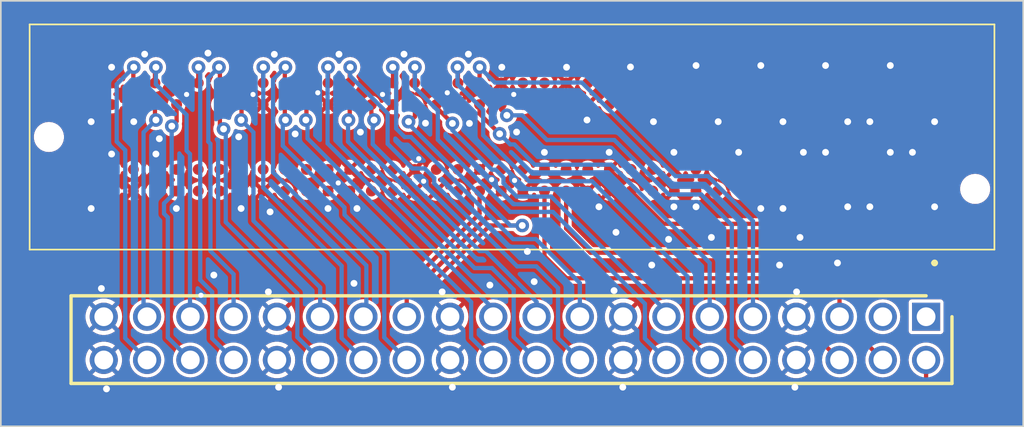
<source format=kicad_pcb>
(kicad_pcb (version 20221018) (generator pcbnew)
  (layers (0 "F.Cu" signal) (1 "In1.Cu" signal) (2 "In2.Cu" signal) (31 "B.Cu" signal) (34 "B.Paste" user) (35 "F.Paste" user) (36 "B.SilkS" user "B.Silkscreen") (37 "F.SilkS" user "F.Silkscreen") (38 "B.Mask" user) (39 "F.Mask" user) (44 "Edge.Cuts" user))
  (net 0 "")
  (net 1 "GNDD")
  (net 2 "/C2")
  (net 3 "/C3")
  (net 4 "/C6")
  (net 5 "/C7")
  (net 6 "/C10")
  (net 7 "/C11")
  (net 8 "/C14_WAKEUP")
  (net 9 "/C18_GPIO0")
  (net 10 "/C22_DCLK")
  (net 11 "/C23")
  (net 12 "/C26")
  (net 13 "/C27")
  (net 14 "/C30")
  (net 15 "/C31")
  (net 16 "/C34")
  (net 17 "/C35")
  (net 18 "/C37")
  (net 19 "/C39")
  (net 20 "/D1")
  (net 21 "/D4")
  (net 22 "/D5")
  (net 23 "/D8")
  (net 24 "/D9")
  (net 25 "/D11")
  (net 26 "/D12")
  (net 27 "/D14")
  (net 28 "/D17")
  (net 29 "/D18")
  (net 30 "/D20")
  (net 31 "/D21")
  (net 32 "/D23")
  (net 33 "/D24")
  (net 34 "/D26")
  (net 35 "/D27")
  (net 36 "/D29")
  (net 37 "/D30")
  (net 38 "/D31")
  (net 39 "/D32")
  (net 40 "/D33")
  (net 41 "/D34")
  (net 42 "/D35")
  (net 43 "/D36")
  (net 44 "/D38")
  (net 45 "/D40")
  (net 46 "/G2")
  (net 47 "/G3")
  (net 48 "/G6")
  (net 49 "/G7")
  (net 50 "/G9")
  (net 51 "/G10")
  (net 52 "/G12")
  (net 53 "/G13")
  (net 54 "/G15")
  (net 55 "/G16")
  (net 56 "/G18")
  (net 57 "/G19")
  (net 58 "/G39")
  (net 59 "/H1")
  (net 60 "/H2")
  (net 61 "/H4")
  (net 62 "/H5")
  (net 63 "/H7")
  (net 64 "/H8")
  (net 65 "/H10")
  (net 66 "/H11")
  (net 67 "/H13")
  (net 68 "/H14")
  (net 69 "/H16")
  (net 70 "/H17")
  (net 71 "/H19")
  (net 72 "/H20")
  (net 73 "/H40")
  (net 74 "/G21_OEN")
  (net 75 "/G22_RDN")
  (net 76 "/D15")
  (net 77 "/C15_RESET")
  (net 78 "/C19_GPIO1")
  (net 79 "/G24_WRN")
  (net 80 "/G25_SIWUN")
  (net 81 "/G27_D15")
  (net 82 "/G28_D13")
  (net 83 "/G30_D11")
  (net 84 "/G31_D9")
  (net 85 "/G33_D7")
  (net 86 "/G34_D5")
  (net 87 "/G36_D3")
  (net 88 "/G37_D1")
  (net 89 "/H22_RXFN")
  (net 90 "/H23_TXEN")
  (net 91 "/H25_BEN1")
  (net 92 "/H26_BEN0")
  (net 93 "/H28_D14")
  (net 94 "/H29_D12")
  (net 95 "/H31_D10")
  (net 96 "/H32_D8")
  (net 97 "/H34_D6")
  (net 98 "/H35_D4")
  (net 99 "/H37_D2")
  (net 100 "/VCC_1V2_1")
  (net 101 "/VCC_1V2_2")
  (net 102 "/H38_D0")
  (footprint "PRT-16763:RHDR40W64P254_2X20_5130X500X1625P" (layer "F.Cu") (at 162.3 78.56 180)
    (fp_text reference "J2" hide)
    (fp_text value "PRT-16763" hide)
  )
  (footprint "ASP-134603-01:ASP13460301" (layer "F.Cu") (at 138 68)
    (fp_text reference "J1" hide)
    (fp_text value "ASP-134603-01" hide)
  )
  (gr_rect (start 108 60) (end 168 85) (stroke (width 0.1)) (fill none) (layer "Edge.Cuts"))
  (via (at 123.8 72.4) (size 0.8) (drill 0.4) (layers "F.Cu" "B.Cu") (net 1))
  (via (at 116.439267 63.131662) (size 0.8) (drill 0.4) (layers "F.Cu" "B.Cu") (net 1))
  (via (at 128.9 72.2) (size 0.8) (drill 0.4) (layers "F.Cu" "B.Cu") (net 1))
  (via (at 123.7 77.1) (size 0.8) (drill 0.4) (layers "F.Cu" "B.Cu") (net 1))
  (via (at 153.9 72.2) (size 0.8) (drill 0.4) (layers "F.Cu" "B.Cu") (net 1))
  (via (at 137.4 63.9) (size 0.8) (drill 0.4) (layers "F.Cu" "B.Cu") (net 1))
  (via (at 120.5 76.112299) (size 0.8) (drill 0.4) (layers "F.Cu" "B.Cu") (net 1))
  (via (at 113.3 72.2) (size 0.8) (drill 0.4) (layers "F.Cu" "B.Cu") (net 1))
  (via (at 156.4 68.9) (size 0.8) (drill 0.4) (layers "F.Cu" "B.Cu") (net 1))
  (via (at 127.2 72.2) (size 0.8) (drill 0.4) (layers "F.Cu" "B.Cu") (net 1))
  (via (at 122.1 72.2) (size 0.8) (drill 0.4) (layers "F.Cu" "B.Cu") (net 1))
  (via (at 153.9 67.1) (size 0.8) (drill 0.4) (layers "F.Cu" "B.Cu") (net 1))
  (via (at 131.660809 63.1316) (size 0.8) (drill 0.4) (layers "F.Cu" "B.Cu") (net 1))
  (via (at 138.1 65.5) (size 0.5) (drill 0.3) (layers "F.Cu" "B.Cu") (net 1))
  (via (at 153.7 75.5245) (size 0.8) (drill 0.4) (layers "F.Cu" "B.Cu") (net 1))
  (via (at 143.7 68.9) (size 0.8) (drill 0.4) (layers "F.Cu" "B.Cu") (net 1))
  (via (at 139.3 76.5) (size 0.8) (drill 0.4) (layers "F.Cu" "B.Cu") (net 1))
  (via (at 114.5 63.9) (size 0.8) (drill 0.4) (layers "F.Cu" "B.Cu") (net 1))
  (via (at 149.7 73.9) (size 0.8) (drill 0.4) (layers "F.Cu" "B.Cu") (net 1))
  (via (at 159 72.1) (size 0.8) (drill 0.4) (layers "F.Cu" "B.Cu") (net 1))
  (via (at 152.6 63.8) (size 0.8) (drill 0.4) (layers "F.Cu" "B.Cu") (net 1))
  (via (at 139.9 68.9) (size 0.8) (drill 0.4) (layers "F.Cu" "B.Cu") (net 1))
  (via (at 159 67.1) (size 0.8) (drill 0.4) (layers "F.Cu" "B.Cu") (net 1))
  (via (at 157.7 72.1) (size 0.8) (drill 0.4) (layers "F.Cu" "B.Cu") (net 1))
  (via (at 122.8 65.5) (size 0.5) (drill 0.3) (layers "F.Cu" "B.Cu") (net 1))
  (via (at 127.8 70.7) (size 0.5) (drill 0.3) (layers "F.Cu" "B.Cu") (net 1))
  (via (at 132.811386 70.59892) (size 0.5) (drill 0.3) (layers "F.Cu" "B.Cu") (net 1))
  (via (at 146.3 67.1) (size 0.8) (drill 0.4) (layers "F.Cu" "B.Cu") (net 1))
  (via (at 132.920107 67.18816) (size 0.8) (drill 0.4) (layers "F.Cu" "B.Cu") (net 1))
  (via (at 147.5 72.1) (size 0.8) (drill 0.4) (layers "F.Cu" "B.Cu") (net 1))
  (via (at 134.5 82.7) (size 0.8) (drill 0.4) (layers "F.Cu" "B.Cu") (net 1))
  (via (at 141.2 63.9) (size 0.8) (drill 0.4) (layers "F.Cu" "B.Cu") (net 1))
  (via (at 154.7 77.1) (size 0.8) (drill 0.4) (layers "F.Cu" "B.Cu") (net 1))
  (via (at 150.1 67.1) (size 0.8) (drill 0.4) (layers "F.Cu" "B.Cu") (net 1))
  (via (at 129.100101 67.713545) (size 0.8) (drill 0.4) (layers "F.Cu" "B.Cu") (net 1))
  (via (at 114.5 69) (size 0.8) (drill 0.4) (layers "F.Cu" "B.Cu") (net 1))
  (via (at 138.9 74.725) (size 0.8) (drill 0.4) (layers "F.Cu" "B.Cu") (net 1))
  (via (at 152.6 72.2) (size 0.8) (drill 0.4) (layers "F.Cu" "B.Cu") (net 1))
  (via (at 138.14706 70.55294) (size 0.5) (drill 0.3) (layers "F.Cu" "B.Cu") (net 1))
  (via (at 124.050352 63.140419) (size 0.8) (drill 0.4) (layers "F.Cu" "B.Cu") (net 1))
  (via (at 157.7 67.1) (size 0.8) (drill 0.4) (layers "F.Cu" "B.Cu") (net 1))
  (via (at 128.7245 76.6) (size 0.8) (drill 0.4) (layers "F.Cu" "B.Cu") (net 1))
  (via (at 117.3 68.1) (size 0.8) (drill 0.4) (layers "F.Cu" "B.Cu") (net 1))
  (via (at 147.187701 74.012299) (size 0.8) (drill 0.4) (layers "F.Cu" "B.Cu") (net 1))
  (via (at 160.2 68.9) (size 0.8) (drill 0.4) (layers "F.Cu" "B.Cu") (net 1))
  (via (at 147.5 68.9) (size 0.8) (drill 0.4) (layers "F.Cu" "B.Cu") (net 1))
  (via (at 117.1 69) (size 0.8) (drill 0.4) (layers "F.Cu" "B.Cu") (net 1))
  (via (at 148.8 63.8) (size 0.8) (drill 0.4) (layers "F.Cu" "B.Cu") (net 1))
  (via (at 144.950777 63.886299) (size 0.8) (drill 0.4) (layers "F.Cu" "B.Cu") (net 1))
  (via (at 121.958649 67.989457) (size 0.8) (drill 0.4) (layers "F.Cu" "B.Cu") (net 1))
  (via (at 136.800862 70.501569) (size 0.5) (drill 0.3) (layers "F.Cu" "B.Cu") (net 1))
  (via (at 130.4 65.5) (size 0.5) (drill 0.3) (layers "F.Cu" "B.Cu") (net 1))
  (via (at 113.9 76.9) (size 0.8) (drill 0.4) (layers "F.Cu" "B.Cu") (net 1))
  (via (at 155.1 68.9) (size 0.8) (drill 0.4) (layers "F.Cu" "B.Cu") (net 1))
  (via (at 135.5 67.2) (size 0.8) (drill 0.4) (layers "F.Cu" "B.Cu") (net 1))
  (via (at 124.3 82.7) (size 0.8) (drill 0.4) (layers "F.Cu" "B.Cu") (net 1))
  (via (at 161.5 68.9) (size 0.8) (drill 0.4) (layers "F.Cu" "B.Cu") (net 1))
  (via (at 113.3 67.1) (size 0.8) (drill 0.4) (layers "F.Cu" "B.Cu") (net 1))
  (via (at 142.4 67) (size 0.8) (drill 0.4) (layers "F.Cu" "B.Cu") (net 1))
  (via (at 154.6 82.7) (size 0.8) (drill 0.4) (layers "F.Cu" "B.Cu") (net 1))
  (via (at 126.6 65.4) (size 0.5) (drill 0.3) (layers "F.Cu" "B.Cu") (net 1))
  (via (at 160.2 63.8) (size 0.8) (drill 0.4) (layers "F.Cu" "B.Cu") (net 1))
  (via (at 156.4 63.8) (size 0.8) (drill 0.4) (layers "F.Cu" "B.Cu") (net 1))
  (via (at 146.2 75.5245) (size 0.8) (drill 0.4) (layers "F.Cu" "B.Cu") (net 1))
  (via (at 136.7 76.7) (size 0.8) (drill 0.4) (layers "F.Cu" "B.Cu") (net 1))
  (via (at 148.8 72.1) (size 0.8) (drill 0.4) (layers "F.Cu" "B.Cu") (net 1))
  (via (at 132.524682 69.273545) (size 0.5) (drill 0.3) (layers "F.Cu" "B.Cu") (net 1))
  (via (at 162.8 72.1) (size 0.8) (drill 0.4) (layers "F.Cu" "B.Cu") (net 1))
  (via (at 119.743767 77.3) (size 0.5) (drill 0.3) (layers "F.Cu" "B.Cu") (net 1))
  (via (at 120.154997 63.068746) (size 0.8) (drill 0.4) (layers "F.Cu" "B.Cu") (net 1))
  (via (at 125.272212 67.819499) (size 0.8) (drill 0.4) (layers "F.Cu" "B.Cu") (net 1))
  (via (at 118.3 72.2) (size 0.8) (drill 0.4) (layers "F.Cu" "B.Cu") (net 1))
  (via (at 162.8 67.1) (size 0.8) (drill 0.4) (layers "F.Cu" "B.Cu") (net 1))
  (via (at 143.1 72.1) (size 0.8) (drill 0.4) (layers "F.Cu" "B.Cu") (net 1))
  (via (at 144.5 82.7) (size 0.8) (drill 0.4) (layers "F.Cu" "B.Cu") (net 1))
  (via (at 138.267136 67.709541) (size 0.8) (drill 0.4) (layers "F.Cu" "B.Cu") (net 1))
  (via (at 115.8 67.1) (size 0.8) (drill 0.4) (layers "F.Cu" "B.Cu") (net 1))
  (via (at 143.987701 77.0245) (size 0.8) (drill 0.4) (layers "F.Cu" "B.Cu") (net 1))
  (via (at 135.43919 63.131598) (size 0.8) (drill 0.4) (layers "F.Cu" "B.Cu") (net 1))
  (via (at 134.2 65.4) (size 0.5) (drill 0.3) (layers "F.Cu" "B.Cu") (net 1))
  (via (at 151.3 68.9) (size 0.8) (drill 0.4) (layers "F.Cu" "B.Cu") (net 1))
  (via (at 144.1 73.6) (size 0.8) (drill 0.4) (layers "F.Cu" "B.Cu") (net 1))
  (via (at 127.843838 63.135488) (size 0.8) (drill 0.4) (layers "F.Cu" "B.Cu") (net 1))
  (via (at 118.9 65.5) (size 0.5) (drill 0.3) (layers "F.Cu" "B.Cu") (net 1))
  (via (at 114.2 82.8) (size 0.8) (drill 0.4) (layers "F.Cu" "B.Cu") (net 1))
  (via (at 154.9 73.9) (size 0.8) (drill 0.4) (layers "F.Cu" "B.Cu") (net 1))
  (via (at 157.1 75.4) (size 0.8) (drill 0.4) (layers "F.Cu" "B.Cu") (net 1))
  (via (at 133.9 77.1) (size 0.8) (drill 0.4) (layers "F.Cu" "B.Cu") (net 1))
  (segment (start 141.175 73.375) (end 142.6 74.8) (width 0.25) (layer "F.Cu") (net 9))
  (segment (start 141.175 71.175) (end 141.175 73.375) (width 0.25) (layer "F.Cu") (net 9))
  (segment (start 155.3 74.8) (end 157.22 76.72) (width 0.25) (layer "F.Cu") (net 9))
  (segment (start 157.22 76.72) (end 157.22 78.56) (width 0.25) (layer "F.Cu") (net 9))
  (segment (start 142.6 74.8) (end 155.3 74.8) (width 0.25) (layer "F.Cu") (net 9))
  (segment (start 136.095 72.505) (end 131.82 76.78) (width 0.25) (layer "F.Cu") (net 10))
  (segment (start 136.095 71.175) (end 136.095 72.505) (width 0.25) (layer "F.Cu") (net 10))
  (segment (start 131.82 76.78) (end 131.82 78.56) (width 0.25) (layer "F.Cu") (net 10))
  (segment (start 137.365 66.396824) (end 137.365 66.095) (width 0.25) (layer "F.Cu") (net 74))
  (segment (start 137.694705 66.726529) (end 137.365 66.396824) (width 0.25) (layer "F.Cu") (net 74))
  (via (at 137.694705 66.726529) (size 0.8) (drill 0.4) (layers "F.Cu" "B.Cu") (net 74))
  (segment (start 140.046234 68.175) (end 144.000305 68.175) (width 0.25) (layer "B.Cu") (net 74))
  (segment (start 150.9 73.174695) (end 150.9 79.86) (width 0.25) (layer "B.Cu") (net 74))
  (segment (start 149.100305 71.375) (end 150.9 73.174695) (width 0.25) (layer "B.Cu") (net 74))
  (segment (start 150.9 79.86) (end 152.14 81.1) (width 0.25) (layer "B.Cu") (net 74))
  (segment (start 147.200305 71.375) (end 149.100305 71.375) (width 0.25) (layer "B.Cu") (net 74))
  (segment (start 138.597763 66.726529) (end 140.046234 68.175) (width 0.25) (layer "B.Cu") (net 74))
  (segment (start 137.694705 66.726529) (end 138.597763 66.726529) (width 0.25) (layer "B.Cu") (net 74))
  (segment (start 144.000305 68.175) (end 147.200305 71.375) (width 0.25) (layer "B.Cu") (net 74))
  (segment (start 137.273028 67.813246) (end 136.095 66.635218) (width 0.25) (layer "F.Cu") (net 75))
  (segment (start 136.095 66.635218) (end 136.095 66.095) (width 0.25) (layer "F.Cu") (net 75))
  (via (at 137.273028 67.813246) (size 0.8) (drill 0.4) (layers "F.Cu" "B.Cu") (net 75))
  (segment (start 138.134541 68.434541) (end 139.325 69.625) (width 0.25) (layer "B.Cu") (net 75))
  (segment (start 137.894323 68.434541) (end 138.134541 68.434541) (width 0.25) (layer "B.Cu") (net 75))
  (segment (start 149.6 75.4) (end 149.6 78.56) (width 0.25) (layer "B.Cu") (net 75))
  (segment (start 143.825 69.625) (end 149.6 75.4) (width 0.25) (layer "B.Cu") (net 75))
  (segment (start 139.325 69.625) (end 143.825 69.625) (width 0.25) (layer "B.Cu") (net 75))
  (segment (start 137.273028 67.813246) (end 137.894323 68.434541) (width 0.25) (layer "B.Cu") (net 75))
  (segment (start 158.5 79.84) (end 159.76 81.1) (width 0.25) (layer "F.Cu") (net 77))
  (segment (start 156.4 73.1) (end 158.5 75.2) (width 0.25) (layer "F.Cu") (net 77))
  (segment (start 146.91 73.1) (end 156.4 73.1) (width 0.25) (layer "F.Cu") (net 77))
  (segment (start 158.5 75.2) (end 158.5 79.84) (width 0.25) (layer "F.Cu") (net 77))
  (segment (start 144.985 71.175) (end 146.91 73.1) (width 0.25) (layer "F.Cu") (net 77))
  (segment (start 139.905 75.005) (end 141.2 76.3) (width 0.25) (layer "F.Cu") (net 78))
  (segment (start 156 77.1) (end 156 79.88) (width 0.25) (layer "F.Cu") (net 78))
  (segment (start 141.2 76.3) (end 155.2 76.3) (width 0.25) (layer "F.Cu") (net 78))
  (segment (start 156 79.88) (end 157.22 81.1) (width 0.25) (layer "F.Cu") (net 78))
  (segment (start 155.2 76.3) (end 156 77.1) (width 0.25) (layer "F.Cu") (net 78))
  (segment (start 139.905 71.175) (end 139.905 75.005) (width 0.25) (layer "F.Cu") (net 78))
  (segment (start 134.500497 67.2) (end 133.555 66.254503) (width 0.25) (layer "F.Cu") (net 79))
  (segment (start 133.555 66.254503) (end 133.555 66.095) (width 0.25) (layer "F.Cu") (net 79))
  (via (at 134.500497 67.2) (size 0.8) (drill 0.4) (layers "F.Cu" "B.Cu") (net 79))
  (segment (start 147.06 78.26) (end 147.06 78.56) (width 0.25) (layer "B.Cu") (net 79))
  (segment (start 136.828094 69.925) (end 137.038173 69.925) (width 0.25) (layer "B.Cu") (net 79))
  (segment (start 137.5 70.386827) (end 137.5 70.719053) (width 0.25) (layer "B.Cu") (net 79))
  (segment (start 140.3 71.5) (end 147.06 78.26) (width 0.25) (layer "B.Cu") (net 79))
  (segment (start 138.280947 71.5) (end 140.3 71.5) (width 0.25) (layer "B.Cu") (net 79))
  (segment (start 134.500497 67.597403) (end 136.828094 69.925) (width 0.25) (layer "B.Cu") (net 79))
  (segment (start 137.5 70.719053) (end 138.280947 71.5) (width 0.25) (layer "B.Cu") (net 79))
  (segment (start 134.500497 67.2) (end 134.500497 67.597403) (width 0.25) (layer "B.Cu") (net 79))
  (segment (start 137.038173 69.925) (end 137.5 70.386827) (width 0.25) (layer "B.Cu") (net 79))
  (segment (start 134 83.7) (end 161.3 83.7) (width 0.25) (layer "F.Cu") (net 80))
  (segment (start 162.3 82.7) (end 162.3 81.1) (width 0.25) (layer "F.Cu") (net 80))
  (segment (start 133.1 82.8) (end 134 83.7) (width 0.25) (layer "F.Cu") (net 80))
  (segment (start 161.3 83.7) (end 162.3 82.7) (width 0.25) (layer "F.Cu") (net 80))
  (segment (start 132 67.1) (end 132.3 66.8) (width 0.25) (layer "F.Cu") (net 80))
  (segment (start 133.1 76.8) (end 133.1 82.8) (width 0.25) (layer "F.Cu") (net 80))
  (segment (start 131.9245 67.1) (end 132 67.1) (width 0.25) (layer "F.Cu") (net 80))
  (segment (start 138.6 73.2) (end 136.7 73.2) (width 0.25) (layer "F.Cu") (net 80))
  (segment (start 136.7 73.2) (end 133.1 76.8) (width 0.25) (layer "F.Cu") (net 80))
  (segment (start 132.3 66.11) (end 132.285 66.095) (width 0.25) (layer "F.Cu") (net 80))
  (segment (start 132.3 66.8) (end 132.3 66.11) (width 0.25) (layer "F.Cu") (net 80))
  (via (at 131.9245 67.1) (size 0.8) (drill 0.4) (layers "F.Cu" "B.Cu") (net 80))
  (via (at 138.6 73.2) (size 0.8) (drill 0.4) (layers "F.Cu" "B.Cu") (net 80))
  (segment (start 137.9 73.2) (end 131.9245 67.2245) (width 0.25) (layer "B.Cu") (net 80))
  (segment (start 131.9245 67.2245) (end 131.9245 67.1) (width 0.25) (layer "B.Cu") (net 80))
  (segment (start 138.6 73.2) (end 137.9 73.2) (width 0.25) (layer "B.Cu") (net 80))
  (segment (start 129.745 66.845) (end 129.745 66.095) (width 0.25) (layer "F.Cu") (net 81))
  (segment (start 129.9 67) (end 129.745 66.845) (width 0.25) (layer "F.Cu") (net 81))
  (via (at 129.9 67) (size 0.8) (drill 0.4) (layers "F.Cu" "B.Cu") (net 81))
  (segment (start 139.44 77.678299) (end 136.461701 74.7) (width 0.25) (layer "B.Cu") (net 81))
  (segment (start 129.9 67.338341) (end 129.9 67) (width 0.25) (layer "B.Cu") (net 81))
  (segment (start 129.825101 68.425101) (end 129.825101 67.41324) (width 0.25) (layer "B.Cu") (net 81))
  (segment (start 136.1 74.7) (end 129.825101 68.425101) (width 0.25) (layer "B.Cu") (net 81))
  (segment (start 129.825101 67.41324) (end 129.9 67.338341) (width 0.25) (layer "B.Cu") (net 81))
  (segment (start 139.44 78.56) (end 139.44 77.678299) (width 0.25) (layer "B.Cu") (net 81))
  (segment (start 136.461701 74.7) (end 136.1 74.7) (width 0.25) (layer "B.Cu") (net 81))
  (segment (start 128.4 67) (end 128.475 66.925) (width 0.25) (layer "F.Cu") (net 82))
  (segment (start 128.475 66.925) (end 128.475 66.095) (width 0.25) (layer "F.Cu") (net 82))
  (via (at 128.4 67) (size 0.8) (drill 0.4) (layers "F.Cu" "B.Cu") (net 82))
  (segment (start 138.1 79.76) (end 139.44 81.1) (width 0.25) (layer "B.Cu") (net 82))
  (segment (start 138.1 76.974695) (end 138.1 79.76) (width 0.25) (layer "B.Cu") (net 82))
  (segment (start 135.8 75.7) (end 136.825305 75.7) (width 0.25) (layer "B.Cu") (net 82))
  (segment (start 128.375101 68.275101) (end 135.8 75.7) (width 0.25) (layer "B.Cu") (net 82))
  (segment (start 128.375101 67.024899) (end 128.375101 68.275101) (width 0.25) (layer "B.Cu") (net 82))
  (segment (start 128.4 67) (end 128.375101 67.024899) (width 0.25) (layer "B.Cu") (net 82))
  (segment (start 136.825305 75.7) (end 138.1 76.974695) (width 0.25) (layer "B.Cu") (net 82))
  (segment (start 125.935 66.095) (end 125.935 66.965) (width 0.25) (layer "F.Cu") (net 83))
  (segment (start 125.935 66.965) (end 125.9 67) (width 0.25) (layer "F.Cu") (net 83))
  (via (at 125.9 67) (size 0.8) (drill 0.4) (layers "F.Cu" "B.Cu") (net 83))
  (segment (start 136.9 81.1) (end 135.6 79.8) (width 0.25) (layer "B.Cu") (net 83))
  (segment (start 125.997212 68.084039) (end 125.997212 67.097212) (width 0.25) (layer "B.Cu") (net 83))
  (segment (start 125.997212 67.097212) (end 125.9 67) (width 0.25) (layer "B.Cu") (net 83))
  (segment (start 135.6 77.7) (end 128.5 70.6) (width 0.25) (layer "B.Cu") (net 83))
  (segment (start 128.5 70.586827) (end 125.997212 68.084039) (width 0.25) (layer "B.Cu") (net 83))
  (segment (start 135.6 79.8) (end 135.6 77.7) (width 0.25) (layer "B.Cu") (net 83))
  (segment (start 128.5 70.6) (end 128.5 70.586827) (width 0.25) (layer "B.Cu") (net 83))
  (segment (start 124.665 66.095) (end 124.665 66.965) (width 0.25) (layer "F.Cu") (net 84))
  (segment (start 124.665 66.965) (end 124.7 67) (width 0.25) (layer "F.Cu") (net 84))
  (via (at 124.7 67) (size 0.8) (drill 0.4) (layers "F.Cu" "B.Cu") (net 84))
  (segment (start 124.547212 68.521907) (end 128.168198 72.142893) (width 0.25) (layer "B.Cu") (net 84))
  (segment (start 124.547212 67.152788) (end 124.547212 68.521907) (width 0.25) (layer "B.Cu") (net 84))
  (segment (start 130.5 74.9) (end 130.5 79.78) (width 0.25) (layer "B.Cu") (net 84))
  (segment (start 128.168198 72.568198) (end 130.5 74.9) (width 0.25) (layer "B.Cu") (net 84))
  (segment (start 124.7 67) (end 124.547212 67.152788) (width 0.25) (layer "B.Cu") (net 84))
  (segment (start 130.5 79.78) (end 131.82 81.1) (width 0.25) (layer "B.Cu") (net 84))
  (segment (start 128.168198 72.142893) (end 128.168198 72.568198) (width 0.25) (layer "B.Cu") (net 84))
  (segment (start 122.125 66.095) (end 122.125 66.975) (width 0.25) (layer "F.Cu") (net 85))
  (segment (start 122.125 66.975) (end 122.1 67) (width 0.25) (layer "F.Cu") (net 85))
  (via (at 122.1 67) (size 0.8) (drill 0.4) (layers "F.Cu" "B.Cu") (net 85))
  (segment (start 122.825 67.725) (end 122.825 72.925) (width 0.25) (layer "B.Cu") (net 85))
  (segment (start 122.1 67) (end 122.825 67.725) (width 0.25) (layer "B.Cu") (net 85))
  (segment (start 122.825 72.925) (end 126.74 76.84) (width 0.25) (layer "B.Cu") (net 85))
  (segment (start 126.74 76.84) (end 126.74 78.56) (width 0.25) (layer "B.Cu") (net 85))
  (segment (start 121.071198 67.529635) (end 120.855 67.313437) (width 0.25) (layer "F.Cu") (net 86))
  (segment (start 120.855 67.313437) (end 120.855 66.095) (width 0.25) (layer "F.Cu") (net 86))
  (via (at 121.071198 67.529635) (size 0.8) (drill 0.4) (layers "F.Cu" "B.Cu") (net 86))
  (segment (start 121.071198 67.529635) (end 121.2 67.658437) (width 0.25) (layer "B.Cu") (net 86))
  (segment (start 121.2 73) (end 125.4 77.2) (width 0.25) (layer "B.Cu") (net 86))
  (segment (start 121.2 67.658437) (end 121.2 73) (width 0.25) (layer "B.Cu") (net 86))
  (segment (start 125.4 79.76) (end 126.74 81.1) (width 0.25) (layer "B.Cu") (net 86))
  (segment (start 125.4 77.2) (end 125.4 79.76) (width 0.25) (layer "B.Cu") (net 86))
  (segment (start 118.315 67.078161) (end 118.315 66.095) (width 0.25) (layer "F.Cu") (net 87))
  (segment (start 118.03195 67.361211) (end 118.315 67.078161) (width 0.25) (layer "F.Cu") (net 87))
  (via (at 118.03195 67.361211) (size 0.8) (drill 0.4) (layers "F.Cu" "B.Cu") (net 87))
  (segment (start 118.025 67.368161) (end 118.025 71.475) (width 0.25) (layer "B.Cu") (net 87))
  (segment (start 118.025 71.475) (end 117.999695 71.475) (width 0.25) (layer "B.Cu") (net 87))
  (segment (start 117.8 72.725305) (end 117.8 79.78) (width 0.25) (layer "B.Cu") (net 87))
  (segment (start 117.575 72.500305) (end 117.8 72.725305) (width 0.25) (layer "B.Cu") (net 87))
  (segment (start 117.8 79.78) (end 119.12 81.1) (width 0.25) (layer "B.Cu") (net 87))
  (segment (start 118.03195 67.361211) (end 118.025 67.368161) (width 0.25) (layer "B.Cu") (net 87))
  (segment (start 117.575 71.899695) (end 117.575 72.500305) (width 0.25) (layer "B.Cu") (net 87))
  (segment (start 117.999695 71.475) (end 117.575 71.899695) (width 0.25) (layer "B.Cu") (net 87))
  (segment (start 117.045 66.095) (end 117.045 66.945) (width 0.25) (layer "F.Cu") (net 88))
  (segment (start 117.045 66.945) (end 117.1 67) (width 0.25) (layer "F.Cu") (net 88))
  (via (at 117.1 67) (size 0.8) (drill 0.4) (layers "F.Cu" "B.Cu") (net 88))
  (segment (start 116.375 67.725) (end 116.375 78.355) (width 0.25) (layer "B.Cu") (net 88))
  (segment (start 117.1 67) (end 116.375 67.725) (width 0.25) (layer "B.Cu") (net 88))
  (segment (start 116.375 78.355) (end 116.58 78.56) (width 0.25) (layer "B.Cu") (net 88))
  (segment (start 136.095 63.905) (end 136.1 63.9) (width 0.25) (layer "F.Cu") (net 89))
  (segment (start 136.095 64.825) (end 136.095 63.905) (width 0.25) (layer "F.Cu") (net 89))
  (via (at 136.1 63.9) (size 0.8) (drill 0.4) (layers "F.Cu" "B.Cu") (net 89))
  (segment (start 149.5 70.3) (end 152.14 72.94) (width 0.25) (layer "B.Cu") (net 89))
  (segment (start 152.14 72.94) (end 152.14 78.56) (width 0.25) (layer "B.Cu") (net 89))
  (segment (start 137 64.8) (end 142.1 64.8) (width 0.25) (layer "B.Cu") (net 89))
  (segment (start 147.6 70.3) (end 149.5 70.3) (width 0.25) (layer "B.Cu") (net 89))
  (segment (start 142.1 64.8) (end 147.6 70.3) (width 0.25) (layer "B.Cu") (net 89))
  (segment (start 136.1 63.9) (end 137 64.8) (width 0.25) (layer "B.Cu") (net 89))
  (segment (start 134.825 63.925) (end 134.8 63.9) (width 0.25) (layer "F.Cu") (net 90))
  (segment (start 134.825 64.825) (end 134.825 63.925) (width 0.25) (layer "F.Cu") (net 90))
  (via (at 134.8 63.9) (size 0.8) (drill 0.4) (layers "F.Cu" "B.Cu") (net 90))
  (segment (start 148.3 79.8) (end 149.6 81.1) (width 0.25) (layer "B.Cu") (net 90))
  (segment (start 134.8 63.9) (end 134.8 64.9) (width 0.25) (layer "B.Cu") (net 90))
  (segment (start 134.8 64.9) (end 136.306587 66.406587) (width 0.25) (layer "B.Cu") (net 90))
  (segment (start 148.3 76.2) (end 148.3 79.8) (width 0.25) (layer "B.Cu") (net 90))
  (segment (start 136.306587 67.9) (end 139.006587 70.6) (width 0.25) (layer "B.Cu") (net 90))
  (segment (start 139.006587 70.6) (end 142.7 70.6) (width 0.25) (layer "B.Cu") (net 90))
  (segment (start 142.7 70.6) (end 148.3 76.2) (width 0.25) (layer "B.Cu") (net 90))
  (segment (start 136.306587 66.406587) (end 136.306587 67.9) (width 0.25) (layer "B.Cu") (net 90))
  (segment (start 132.285 64.825) (end 132.285 63.915) (width 0.25) (layer "F.Cu") (net 91))
  (segment (start 132.285 63.915) (end 132.3 63.9) (width 0.25) (layer "F.Cu") (net 91))
  (via (at 132.3 63.9) (size 0.8) (drill 0.4) (layers "F.Cu" "B.Cu") (net 91))
  (segment (start 133.645107 68.15828) (end 137.886827 72.4) (width 0.25) (layer "B.Cu") (net 91))
  (segment (start 145.8 77.8) (end 145.8 79.84) (width 0.25) (layer "B.Cu") (net 91))
  (segment (start 145.8 79.84) (end 147.06 81.1) (width 0.25) (layer "B.Cu") (net 91))
  (segment (start 132.3 63.9) (end 132.3 65.1) (width 0.25) (layer "B.Cu") (net 91))
  (segment (start 137.886827 72.4) (end 140.4 72.4) (width 0.25) (layer "B.Cu") (net 91))
  (segment (start 133.645107 66.445107) (end 133.645107 68.15828) (width 0.25) (layer "B.Cu") (net 91))
  (segment (start 132.3 65.1) (end 133.645107 66.445107) (width 0.25) (layer "B.Cu") (net 91))
  (segment (start 140.4 72.4) (end 145.8 77.8) (width 0.25) (layer "B.Cu") (net 91))
  (segment (start 131.015 63.915) (end 131 63.9) (width 0.25) (layer "F.Cu") (net 92))
  (segment (start 131.015 64.825) (end 131.015 63.915) (width 0.25) (layer "F.Cu") (net 92))
  (via (at 131 63.9) (size 0.8) (drill 0.4) (layers "F.Cu" "B.Cu") (net 92))
  (segment (start 138.063604 74) (end 139.4 74) (width 0.25) (layer "B.Cu") (net 92))
  (segment (start 131.2 67.5) (end 131.7 68) (width 0.25) (layer "B.Cu") (net 92))
  (segment (start 131 63.9) (end 131.2 64.1) (width 0.25) (layer "B.Cu") (net 92))
  (segment (start 131.2 64.1) (end 131.2 67.5) (width 0.25) (layer "B.Cu") (net 92))
  (segment (start 131.7 68) (end 132.063604 68) (width 0.25) (layer "B.Cu") (net 92))
  (segment (start 139.4 74) (end 141.98 76.58) (width 0.25) (layer "B.Cu") (net 92))
  (segment (start 132.063604 68) (end 138.063604 74) (width 0.25) (layer "B.Cu") (net 92))
  (segment (start 141.98 76.58) (end 141.98 78.56) (width 0.25) (layer "B.Cu") (net 92))
  (segment (start 128.475 63.925) (end 128.5 63.9) (width 0.25) (layer "F.Cu") (net 93))
  (segment (start 128.475 64.825) (end 128.475 63.925) (width 0.25) (layer "F.Cu") (net 93))
  (via (at 128.5 63.9) (size 0.8) (drill 0.4) (layers "F.Cu" "B.Cu") (net 93))
  (segment (start 130.7 68.4) (end 132.149431 69.849431) (width 0.25) (layer "B.Cu") (net 93))
  (segment (start 133.431233 70.731233) (end 138.3 75.6) (width 0.25) (layer "B.Cu") (net 93))
  (segment (start 140.7 79.82) (end 141.98 81.1) (width 0.25) (layer "B.Cu") (net 93))
  (segment (start 128.5 63.9) (end 128.5 64.413173) (width 0.25) (layer "B.Cu") (net 93))
  (segment (start 130.7 66.613173) (end 130.7 68.4) (width 0.25) (layer "B.Cu") (net 93))
  (segment (start 132.87507 69.849431) (end 133.431233 70.405594) (width 0.25) (layer "B.Cu") (net 93))
  (segment (start 138.3 75.6) (end 139.425305 75.6) (width 0.25) (layer "B.Cu") (net 93))
  (segment (start 128.5 64.413173) (end 130.7 66.613173) (width 0.25) (layer "B.Cu") (net 93))
  (segment (start 139.425305 75.6) (end 140.7 76.874695) (width 0.25) (layer "B.Cu") (net 93))
  (segment (start 133.431233 70.405594) (end 133.431233 70.731233) (width 0.25) (layer "B.Cu") (net 93))
  (segment (start 140.7 76.874695) (end 140.7 79.82) (width 0.25) (layer "B.Cu") (net 93))
  (segment (start 132.149431 69.849431) (end 132.87507 69.849431) (width 0.25) (layer "B.Cu") (net 93))
  (segment (start 127.205 63.905) (end 127.2 63.9) (width 0.25) (layer "F.Cu") (net 94))
  (segment (start 127.205 64.825) (end 127.205 63.905) (width 0.25) (layer "F.Cu") (net 94))
  (via (at 127.2 63.9) (size 0.8) (drill 0.4) (layers "F.Cu" "B.Cu") (net 94))
  (segment (start 127.175 63.925) (end 127.175 68.375) (width 0.25) (layer "B.Cu") (net 94))
  (segment (start 127.175 68.375) (end 136.9 78.1) (width 0.25) (layer "B.Cu") (net 94))
  (segment (start 127.2 63.9) (end 127.175 63.925) (width 0.25) (layer "B.Cu") (net 94))
  (segment (start 136.9 78.1) (end 136.9 78.56) (width 0.25) (layer "B.Cu") (net 94))
  (segment (start 124.665 63.935) (end 124.7 63.9) (width 0.25) (layer "F.Cu") (net 95))
  (segment (start 124.665 64.825) (end 124.665 63.935) (width 0.25) (layer "F.Cu") (net 95))
  (via (at 124.7 63.9) (size 0.8) (drill 0.4) (layers "F.Cu" "B.Cu") (net 95))
  (segment (start 129.4495 78.3905) (end 129.28 78.56) (width 0.25) (layer "B.Cu") (net 95))
  (segment (start 129.4495 75.5495) (end 129.4495 78.3905) (width 0.25) (layer "B.Cu") (net 95))
  (segment (start 123.975 70.075) (end 129.4495 75.5495) (width 0.25) (layer "B.Cu") (net 95))
  (segment (start 124.7 63.9) (end 123.975 64.625) (width 0.25) (layer "B.Cu") (net 95))
  (segment (start 123.975 64.625) (end 123.975 70.075) (width 0.25) (layer "B.Cu") (net 95))
  (segment (start 123.395 64.825) (end 123.395 63.905) (width 0.25) (layer "F.Cu") (net 96))
  (segment (start 123.395 63.905) (end 123.4 63.9) (width 0.25) (layer "F.Cu") (net 96))
  (via (at 123.4 63.9) (size 0.8) (drill 0.4) (layers "F.Cu" "B.Cu") (net 96))
  (segment (start 128 79.82) (end 129.28 81.1) (width 0.25) (layer "B.Cu") (net 96))
  (segment (start 128 75.574695) (end 128 79.82) (width 0.25) (layer "B.Cu") (net 96))
  (segment (start 123.4 63.9) (end 123.4 70.974695) (width 0.25) (layer "B.Cu") (net 96))
  (segment (start 123.4 70.974695) (end 128 75.574695) (width 0.25) (layer "B.Cu") (net 96))
  (segment (start 120.855 64.825) (end 120.855 63.955) (width 0.25) (layer "F.Cu") (net 97))
  (segment (start 120.855 63.955) (end 120.8 63.9) (width 0.25) (layer "F.Cu") (net 97))
  (via (at 120.8 63.9) (size 0.8) (drill 0.4) (layers "F.Cu" "B.Cu") (net 97))
  (segment (start 120.175 64.525) (end 120.175 68.275) (width 0.25) (layer "B.Cu") (net 97))
  (segment (start 120.175 68.275) (end 120.3 68.4) (width 0.25) (layer "B.Cu") (net 97))
  (segment (start 121.66 76.06) (end 121.66 78.56) (width 0.25) (layer "B.Cu") (net 97))
  (segment (start 120.3 74.7) (end 121.66 76.06) (width 0.25) (layer "B.Cu") (net 97))
  (segment (start 120.8 63.9) (end 120.175 64.525) (width 0.25) (layer "B.Cu") (net 97))
  (segment (start 120.3 68.4) (end 120.3 74.7) (width 0.25) (layer "B.Cu") (net 97))
  (segment (start 119.585 64.825) (end 119.585 63.915) (width 0.25) (layer "F.Cu") (net 98))
  (segment (start 119.585 63.915) (end 119.6 63.9) (width 0.25) (layer "F.Cu") (net 98))
  (via (at 119.6 63.9) (size 0.8) (drill 0.4) (layers "F.Cu" "B.Cu") (net 98))
  (segment (start 120.4 77.1) (end 120.4 79.84) (width 0.25) (layer "B.Cu") (net 98))
  (segment (start 119.7 76.4) (end 120.4 77.1) (width 0.25) (layer "B.Cu") (net 98))
  (segment (start 120.4 79.84) (end 121.66 81.1) (width 0.25) (layer "B.Cu") (net 98))
  (segment (start 119.6 63.9) (end 119.7 64) (width 0.25) (layer "B.Cu") (net 98))
  (segment (start 119.7 64) (end 119.7 76.4) (width 0.25) (layer "B.Cu") (net 98))
  (segment (start 117.045 63.955) (end 117.1 63.9) (width 0.25) (layer "F.Cu") (net 99))
  (segment (start 117.045 64.825) (end 117.045 63.955) (width 0.25) (layer "F.Cu") (net 99))
  (via (at 117.1 63.9) (size 0.8) (drill 0.4) (layers "F.Cu" "B.Cu") (net 99))
  (segment (start 117.1 64.9) (end 118.9 66.7) (width 0.25) (layer "B.Cu") (net 99))
  (segment (start 117.1 63.9) (end 117.1 64.9) (width 0.25) (layer "B.Cu") (net 99))
  (segment (start 118.9 68.8) (end 119.1 69) (width 0.25) (layer "B.Cu") (net 99))
  (segment (start 119.1 69) (end 119.1 78.54) (width 0.25) (layer "B.Cu") (net 99))
  (segment (start 118.9 66.7) (end 118.9 68.8) (width 0.25) (layer "B.Cu") (net 99))
  (segment (start 119.1 78.54) (end 119.12 78.56) (width 0.25) (layer "B.Cu") (net 99))
  (segment (start 115.775 64.825) (end 115.775 63.925) (width 0.25) (layer "F.Cu") (net 102))
  (segment (start 115.775 63.925) (end 115.8 63.9) (width 0.25) (layer "F.Cu") (net 102))
  (via (at 115.8 63.9) (size 0.8) (drill 0.4) (layers "F.Cu" "B.Cu") (net 102))
  (segment (start 115.8 63.9) (end 114.800305 64.899695) (width 0.25) (layer "B.Cu") (net 102))
  (segment (start 115.3 79.82) (end 116.58 81.1) (width 0.25) (layer "B.Cu") (net 102))
  (segment (start 114.800305 68.275) (end 115.3 68.774695) (width 0.25) (layer "B.Cu") (net 102))
  (segment (start 114.800305 64.899695) (end 114.800305 68.275) (width 0.25) (layer "B.Cu") (net 102))
  (segment (start 115.3 68.774695) (end 115.3 79.82) (width 0.25) (layer "B.Cu") (net 102))
  (zone locked (net 1) (net_name "GNDD") (layers "F.Cu" "In1.Cu" "In2.Cu" "B.Cu") (connect_pads (clearance 0.2)) (min_thickness 0.25) (fill yes (thermal_gap 0.25) (thermal_bridge_width 0.25))
    (polygon (pts (xy 108 60) (xy 168 60) (xy 168 85) (xy 108 85)))
  )
)
</source>
